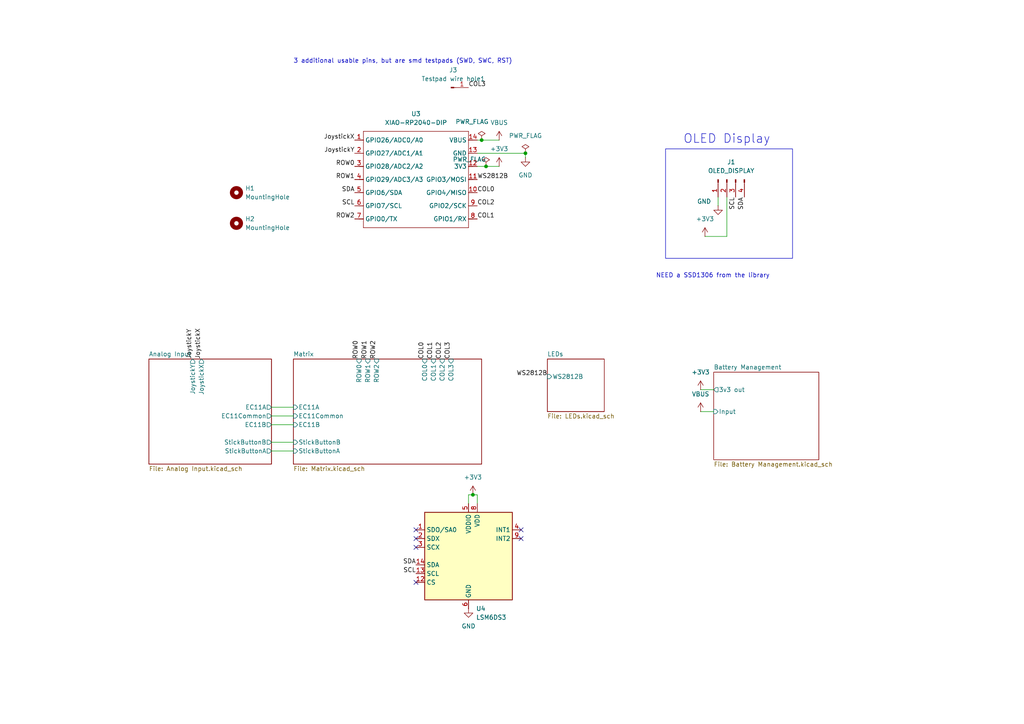
<source format=kicad_sch>
(kicad_sch (version 20231120) (generator "eeschema") (generator_version "8.0")
  (paper "A4")
  (lib_symbols
    (symbol "Connector:Conn_01x01_Pin" (pin_names (offset 1.016) hide)
      (property "Reference" "J" (at 0 2.54 0))
      (property "Value" "Conn_01x01_Pin" (at 0 -2.54 0))
      (symbol "Conn_01x01_Pin_1_1"
        (polyline (pts (xy 1.27 0) (xy 0.8636 0)) (stroke (width 0.1524)))
        (rectangle (start 0.8636 0.127) (end 0 -0.127) (stroke (width 0.1524)) (fill (type outline)))
        (pin passive line (at 5.08 0 180) (length 3.81) (name "Pin_1") (number "1"))
      )
    )
    (symbol "Connector:Conn_01x04_Pin" (pin_names (offset 1.016) hide)
      (property "Reference" "J" (at 0 5.08 0))
      (property "Value" "Conn_01x04_Pin" (at 0 -7.62 0))
      (symbol "Conn_01x04_Pin_1_1"
        (polyline (pts (xy 1.27 -5.08) (xy 0.8636 -5.08)) (stroke (width 0.1524)))
        (polyline (pts (xy 1.27 -2.54) (xy 0.8636 -2.54)) (stroke (width 0.1524)))
        (polyline (pts (xy 1.27 0) (xy 0.8636 0)) (stroke (width 0.1524)))
        (polyline (pts (xy 1.27 2.54) (xy 0.8636 2.54)) (stroke (width 0.1524)))
        (rectangle (start 0.8636 -4.953) (end 0 -5.207) (stroke (width 0.1524)) (fill (type outline)))
        (rectangle (start 0.8636 -2.413) (end 0 -2.667) (stroke (width 0.1524)) (fill (type outline)))
        (rectangle (start 0.8636 0.127) (end 0 -0.127) (stroke (width 0.1524)) (fill (type outline)))
        (rectangle (start 0.8636 2.667) (end 0 2.413) (stroke (width 0.1524)) (fill (type outline)))
        (pin passive line (at 5.08 2.54 180) (length 3.81) (name "Pin_1") (number "1"))
        (pin passive line (at 5.08 0 180) (length 3.81) (name "Pin_2") (number "2"))
        (pin passive line (at 5.08 -2.54 180) (length 3.81) (name "Pin_3") (number "3"))
        (pin passive line (at 5.08 -5.08 180) (length 3.81) (name "Pin_4") (number "4"))
      )
    )
    (symbol "Mechanical:MountingHole" (pin_names (offset 1.016)) (exclude_from_sim yes) (in_bom no)
      (property "Reference" "H" (at 0 5.08 0))
      (property "Value" "MountingHole" (at 0 3.175 0))
      (symbol "MountingHole_0_1"
        (circle (center 0 0) (radius 1.27) (stroke (width 1.27)))
      )
    )
    (symbol "SEEED_XAIO:XIAO-RP2040-DIP"
      (property "Reference" "U" (at 0 0 0))
      (property "Value" "XIAO-RP2040-DIP" (at 5.334 -1.778 0))
      (symbol "XIAO-RP2040-DIP_1_0"
        (polyline (pts (xy -1.27 -30.48) (xy -1.27 -16.51)) (stroke (width 0.1524)))
        (polyline (pts (xy -1.27 -27.94) (xy -2.54 -27.94)) (stroke (width 0.1524)))
        (polyline (pts (xy -1.27 -24.13) (xy -2.54 -24.13)) (stroke (width 0.1524)))
        (polyline (pts (xy -1.27 -20.32) (xy -2.54 -20.32)) (stroke (width 0.1524)))
        (polyline (pts (xy -1.27 -16.51) (xy -2.54 -16.51)) (stroke (width 0.1524)))
        (polyline (pts (xy -1.27 -16.51) (xy -1.27 -12.7)) (stroke (width 0.1524)))
        (polyline (pts (xy -1.27 -12.7) (xy -2.54 -12.7)) (stroke (width 0.1524)))
        (polyline (pts (xy -1.27 -12.7) (xy -1.27 -8.89)) (stroke (width 0.1524)))
        (polyline (pts (xy -1.27 -8.89) (xy -2.54 -8.89)) (stroke (width 0.1524)))
        (polyline (pts (xy -1.27 -8.89) (xy -1.27 -5.08)) (stroke (width 0.1524)))
        (polyline (pts (xy -1.27 -5.08) (xy -2.54 -5.08)) (stroke (width 0.1524)))
        (polyline (pts (xy -1.27 -5.08) (xy -1.27 -2.54)) (stroke (width 0.1524)))
        (polyline (pts (xy -1.27 -2.54) (xy 29.21 -2.54)) (stroke (width 0.1524)))
        (polyline (pts (xy 29.21 -30.48) (xy -1.27 -30.48)) (stroke (width 0.1524)))
        (polyline (pts (xy 29.21 -12.7) (xy 29.21 -30.48)) (stroke (width 0.1524)))
        (polyline (pts (xy 29.21 -8.89) (xy 29.21 -12.7)) (stroke (width 0.1524)))
        (polyline (pts (xy 29.21 -5.08) (xy 29.21 -8.89)) (stroke (width 0.1524)))
        (polyline (pts (xy 29.21 -2.54) (xy 29.21 -5.08)) (stroke (width 0.1524)))
        (polyline (pts (xy 30.48 -27.94) (xy 29.21 -27.94)) (stroke (width 0.1524)))
        (polyline (pts (xy 30.48 -24.13) (xy 29.21 -24.13)) (stroke (width 0.1524)))
        (polyline (pts (xy 30.48 -20.32) (xy 29.21 -20.32)) (stroke (width 0.1524)))
        (polyline (pts (xy 30.48 -16.51) (xy 29.21 -16.51)) (stroke (width 0.1524)))
        (polyline (pts (xy 30.48 -12.7) (xy 29.21 -12.7)) (stroke (width 0.1524)))
        (polyline (pts (xy 30.48 -8.89) (xy 29.21 -8.89)) (stroke (width 0.1524)))
        (polyline (pts (xy 30.48 -5.08) (xy 29.21 -5.08)) (stroke (width 0.1524)))
        (pin passive line (at -3.81 -5.08 0) (length 2.54) (name "GPIO26/ADC0/A0") (number "1"))
        (pin passive line (at 31.75 -20.32 180) (length 2.54) (name "GPIO4/MISO") (number "10"))
        (pin passive line (at 31.75 -16.51 180) (length 2.54) (name "GPIO3/MOSI") (number "11"))
        (pin passive line (at 31.75 -12.7 180) (length 2.54) (name "3V3") (number "12"))
        (pin passive line (at 31.75 -8.89 180) (length 2.54) (name "GND") (number "13"))
        (pin passive line (at 31.75 -5.08 180) (length 2.54) (name "VBUS") (number "14"))
        (pin passive line (at -3.81 -8.89 0) (length 2.54) (name "GPIO27/ADC1/A1") (number "2"))
        (pin passive line (at -3.81 -12.7 0) (length 2.54) (name "GPIO28/ADC2/A2") (number "3"))
        (pin passive line (at -3.81 -16.51 0) (length 2.54) (name "GPIO29/ADC3/A3") (number "4"))
        (pin passive line (at -3.81 -20.32 0) (length 2.54) (name "GPIO6/SDA") (number "5"))
        (pin passive line (at -3.81 -24.13 0) (length 2.54) (name "GPIO7/SCL") (number "6"))
        (pin passive line (at -3.81 -27.94 0) (length 2.54) (name "GPIO0/TX") (number "7"))
        (pin passive line (at 31.75 -27.94 180) (length 2.54) (name "GPIO1/RX") (number "8"))
        (pin passive line (at 31.75 -24.13 180) (length 2.54) (name "GPIO2/SCK") (number "9"))
      )
    )
    (symbol "Sensor_Motion:LSM6DS3"
      (property "Reference" "U" (at -11.43 15.24 0))
      (property "Value" "LSM6DS3" (at -11.43 12.7 0))
      (symbol "LSM6DS3_0_1"
        (rectangle (start -12.7 12.7) (end 12.7 -12.7) (stroke (width 0.254)) (fill (type background)))
      )
      (symbol "LSM6DS3_1_1"
        (pin bidirectional line (at -15.24 7.62 0) (length 2.54) (name "SDO/SA0") (number "1"))
        (pin no_connect line (at 12.7 -5.08 180) (length 3.81) hide (name "NC") (number "10"))
        (pin no_connect line (at 12.7 -2.54 180) (length 3.81) hide (name "NC") (number "11"))
        (pin input line (at -15.24 -7.62 0) (length 2.54) (name "CS") (number "12"))
        (pin input line (at -15.24 -5.08 0) (length 2.54) (name "SCL") (number "13"))
        (pin bidirectional line (at -15.24 -2.54 0) (length 2.54) (name "SDA") (number "14"))
        (pin bidirectional line (at -15.24 5.08 0) (length 2.54) (name "SDX") (number "2"))
        (pin input line (at -15.24 2.54 0) (length 2.54) (name "SCX") (number "3"))
        (pin output line (at 15.24 7.62 180) (length 2.54) (name "INT1") (number "4"))
        (pin power_in line (at 0 15.24 270) (length 2.54) (name "VDDIO") (number "5"))
        (pin power_in line (at 0 -15.24 90) (length 2.54) (name "GND") (number "6"))
        (pin passive line (at 0 -15.24 90) (length 2.54) hide (name "GND") (number "7"))
        (pin power_in line (at 2.54 15.24 270) (length 2.54) (name "VDD") (number "8"))
        (pin output line (at 15.24 5.08 180) (length 2.54) (name "INT2") (number "9"))
      )
    )
    (symbol "power:+3V3" (power) (pin_numbers hide) (pin_names (offset 0) hide)
      (property "Value" "+3V3" (at 0 3.556 0))
      (symbol "+3V3_0_1"
        (polyline (pts (xy -0.762 1.27) (xy 0 2.54)))
        (polyline (pts (xy 0 0) (xy 0 2.54)))
        (polyline (pts (xy 0 2.54) (xy 0.762 1.27)))
      )
      (symbol "+3V3_1_1"
        (pin power_in line (at 0 0 90) (length 0) (name "~") (number "1"))
      )
    )
    (symbol "power:GND" (power) (pin_numbers hide) (pin_names (offset 0) hide)
      (property "Value" "GND" (at 0 -3.81 0))
      (symbol "GND_0_1"
        (polyline (pts (xy 0 0) (xy 0 -1.27) (xy 1.27 -1.27) (xy 0 -2.54) (xy -1.27 -1.27) (xy 0 -1.27)))
      )
      (symbol "GND_1_1"
        (pin power_in line (at 0 0 270) (length 0) (name "~") (number "1"))
      )
    )
    (symbol "power:PWR_FLAG" (power) (pin_numbers hide) (pin_names (offset 0) hide)
      (property "Value" "PWR_FLAG" (at 0 3.81 0))
      (symbol "PWR_FLAG_0_0"
        (pin power_out line (at 0 0 90) (length 0) (name "~") (number "1"))
      )
      (symbol "PWR_FLAG_0_1"
        (polyline (pts (xy 0 0) (xy 0 1.27) (xy -1.016 1.905) (xy 0 2.54) (xy 1.016 1.905) (xy 0 1.27)))
      )
    )
    (symbol "power:VBUS" (power) (pin_numbers hide) (pin_names (offset 0) hide)
      (property "Value" "VBUS" (at 0 3.556 0))
      (symbol "VBUS_0_1"
        (polyline (pts (xy -0.762 1.27) (xy 0 2.54)))
        (polyline (pts (xy 0 0) (xy 0 2.54)))
        (polyline (pts (xy 0 2.54) (xy 0.762 1.27)))
      )
      (symbol "VBUS_1_1"
        (pin power_in line (at 0 0 90) (length 0) (name "~") (number "1"))
      )
    )
  )
  (junction (at 137.16 143.51))
  (junction (at 140.97 48.26))
  (junction (at 139.7 40.64))
  (junction (at 152.4 44.45))
  (no_connect (at 120.65 156.21))
  (no_connect (at 120.65 168.91))
  (no_connect (at 120.65 153.67))
  (no_connect (at 151.13 156.21))
  (no_connect (at 120.65 158.75))
  (no_connect (at 151.13 153.67))
  (wire (pts (xy 138.43 143.51) (xy 137.16 143.51)))
  (wire (pts (xy 204.47 68.58) (xy 210.82 68.58)))
  (wire (pts (xy 208.28 59.69) (xy 208.28 57.15)))
  (wire (pts (xy 135.89 146.05) (xy 135.89 143.51)))
  (wire (pts (xy 210.82 68.58) (xy 210.82 57.15)))
  (wire (pts (xy 135.89 143.51) (xy 137.16 143.51)))
  (wire (pts (xy 78.74 128.27) (xy 85.09 128.27)))
  (wire (pts (xy 78.74 118.11) (xy 85.09 118.11)))
  (wire (pts (xy 138.43 48.26) (xy 140.97 48.26)))
  (wire (pts (xy 78.74 130.81) (xy 85.09 130.81)))
  (wire (pts (xy 78.74 120.65) (xy 85.09 120.65)))
  (wire (pts (xy 138.43 40.64) (xy 139.7 40.64)))
  (wire (pts (xy 138.43 146.05) (xy 138.43 143.51)))
  (wire (pts (xy 78.74 123.19) (xy 85.09 123.19)))
  (wire (pts (xy 152.4 45.72) (xy 152.4 44.45)))
  (wire (pts (xy 203.2 113.03) (xy 207.01 113.03)))
  (wire (pts (xy 203.2 119.38) (xy 207.01 119.38)))
  (wire (pts (xy 140.97 48.26) (xy 144.78 48.26)))
  (wire (pts (xy 139.7 40.64) (xy 144.78 40.64)))
  (wire (pts (xy 152.4 44.45) (xy 138.43 44.45)))
  (rectangle (start 193.04 43.18) (end 229.87 74.93))
  (text "NEED a SSD1306 from the library\n" (at 206.756 80.01 0) (effects (font (size 1.27 1.27))))
  (text "OLED Display" (at 210.82 40.386 0) (effects (font (size 2.54 2.54))))
  (text "3 additional usable pins, but are smd testpads (SWD, SWC, RST)" (at 116.84 17.78 0) (effects (font (size 1.27 1.27))))
  (label "ROW1" (at 102.87 52.07 180))
  (label "SCL" (at 213.36 57.15 270))
  (label "COL1" (at 125.73 104.14 90))
  (label "JoystickX" (at 102.87 40.64 180))
  (label "COL3" (at 130.81 104.14 90))
  (label "JoystickY" (at 55.88 104.14 90))
  (label "COL3" (at 135.89 25.4 0))
  (label "JoystickX" (at 58.42 104.14 90))
  (label "SDA" (at 102.87 55.88 180))
  (label "ROW0" (at 104.14 104.14 90))
  (label "ROW0" (at 102.87 48.26 180))
  (label "COL0" (at 123.19 104.14 90))
  (label "COL1" (at 138.43 63.5 0))
  (label "SCL" (at 102.87 59.69 180))
  (label "WS2812B" (at 138.43 52.07 0))
  (label "COL0" (at 138.43 55.88 0))
  (label "ROW2" (at 102.87 63.5 180))
  (label "SDA" (at 215.9 57.15 270))
  (label "JoystickY" (at 102.87 44.45 180))
  (label "WS2812B" (at 158.75 109.22 180))
  (label "ROW1" (at 106.68 104.14 90))
  (label "COL2" (at 128.27 104.14 90))
  (label "COL2" (at 138.43 59.69 0))
  (label "ROW2" (at 109.22 104.14 90))
  (label "SDA" (at 120.65 163.83 180))
  (label "SCL" (at 120.65 166.37 180))
  (symbol (lib_id "power:+3V3") (at 144.78 48.26 0) (unit 1)
    (property "Reference" "#PWR016" (effects (hide yes)))
    (property "Value" "+3V3" (at 144.78 43.18 0))
    (property "Description" "Power symbol creates a global label with name \"+3V3\"" (effects (hide yes)))
  )
  (symbol (lib_id "power:PWR_FLAG") (at 139.7 40.64 0) (unit 1)
    (property "Reference" "#FLG02" (effects (hide yes)))
    (property "Value" "PWR_FLAG" (at 136.906 35.306 0))
    (property "Description" "Special symbol for telling ERC where power comes from" (effects (hide yes)))
  )
  (symbol (lib_id "Mechanical:MountingHole") (at 68.58 55.88 0) (unit 1) (exclude_from_sim yes) (in_bom no)
    (property "Reference" "H1" (at 71.12 54.6099 0) (effects (justify left)))
    (property "Value" "MountingHole" (at 71.12 57.1499 0) (effects (justify left)))
    (property "Footprint" "MountingHole:MountingHole_3.2mm_M3_Pad" (effects (hide yes)))
    (property "Description" "Mounting Hole without connection" (effects (hide yes)))
  )
  (symbol (lib_id "Connector:Conn_01x01_Pin") (at 130.81 25.4 0) (unit 1)
    (property "Reference" "J3" (at 131.445 20.32 0))
    (property "Value" "Testpad wire hole1" (at 131.445 22.86 0))
    (property "Footprint" "Connector_PinHeader_2.54mm:PinHeader_1x01_P2.54mm_Vertical" (effects (hide yes)))
    (property "Description" "Generic connector, single row, 01x01, script generated" (effects (hide yes)))
  )
  (symbol (lib_id "power:GND") (at 208.28 59.69 0) (unit 1)
    (property "Reference" "#PWR04" (effects (hide yes)))
    (property "Value" "GND" (at 204.216 58.42 0))
    (property "Description" "Power symbol creates a global label with name \"GND\" , ground" (effects (hide yes)))
  )
  (symbol (lib_id "SEEED_XAIO:XIAO-RP2040-DIP") (at 106.68 35.56 0) (unit 1)
    (property "Reference" "U3" (at 120.65 33.02 0))
    (property "Value" "XIAO-RP2040-DIP" (at 120.65 35.56 0))
    (property "Footprint" "SEEED_XIAO:XIAO-RP2040-DIP" (effects (hide yes)))
  )
  (symbol (lib_id "power:VBUS") (at 144.78 40.64 0) (unit 1)
    (property "Reference" "#PWR02" (effects (hide yes)))
    (property "Value" "VBUS" (at 144.78 35.56 0))
    (property "Description" "Power symbol creates a global label with name \"VBUS\"" (effects (hide yes)))
  )
  (symbol (lib_id "Sensor_Motion:LSM6DS3") (at 135.89 161.29 0) (unit 1)
    (property "Reference" "U4" (at 138.0841 176.53 0) (effects (justify left)))
    (property "Value" "LSM6DS3" (at 138.0841 179.07 0) (effects (justify left)))
    (property "Footprint" "custom_Interface_HID:LGA-14_3x2.5mm_P0.5mm_LayoutBorder3x4y_COSTSAVERPADs" (effects (hide yes)))
    (property "Datasheet" "https://www.st.com/resource/en/datasheet/lsm6ds3tr-c.pdf" (effects (hide yes)))
    (property "Description" "I2C/SPI, iNEMO inertial module: always-on 3D accelerometer and 3D gyroscope" (effects (hide yes)))
  )
  (symbol (lib_id "power:PWR_FLAG") (at 140.97 48.26 0) (unit 1)
    (property "Reference" "#FLG03" (effects (hide yes)))
    (property "Value" "PWR_FLAG" (at 136.144 46.228 0))
    (property "Description" "Special symbol for telling ERC where power comes from" (effects (hide yes)))
  )
  (symbol (lib_id "Mechanical:MountingHole") (at 68.58 64.77 0) (unit 1) (exclude_from_sim yes) (in_bom no)
    (property "Reference" "H2" (at 71.12 63.4999 0) (effects (justify left)))
    (property "Value" "MountingHole" (at 71.12 66.0399 0) (effects (justify left)))
    (property "Footprint" "MountingHole:MountingHole_3.2mm_M3_Pad" (effects (hide yes)))
    (property "Description" "Mounting Hole without connection" (effects (hide yes)))
  )
  (symbol (lib_id "power:+3V3") (at 137.16 143.51 0) (unit 1)
    (property "Reference" "#PWR014" (effects (hide yes)))
    (property "Value" "+3V3" (at 137.16 138.43 0))
    (property "Description" "Power symbol creates a global label with name \"+3V3\"" (effects (hide yes)))
  )
  (symbol (lib_id "Connector:Conn_01x04_Pin") (at 210.82 52.07 90) (mirror x) (unit 1)
    (property "Reference" "J1" (at 212.09 46.99 90))
    (property "Value" "OLED_DISPLAY" (at 212.09 49.53 90))
    (property "Footprint" "SSD1306:SSD1306-OLED096-128x64" (effects (hide yes)))
    (property "Description" "Generic connector, single row, 01x04, script generated" (effects (hide yes)))
  )
  (symbol (lib_id "power:VBUS") (at 203.2 119.38 0) (unit 1)
    (property "Reference" "#PWR18" (effects (hide yes)))
    (property "Value" "VBUS" (at 203.2 114.3 0))
    (property "Description" "Power symbol creates a global label with name \"VBUS\"" (effects (hide yes)))
  )
  (symbol (lib_id "power:+3V3") (at 203.2 113.03 0) (unit 1)
    (property "Reference" "#PWR023" (effects (hide yes)))
    (property "Value" "+3V3" (at 203.2 107.95 0))
    (property "Description" "Power symbol creates a global label with name \"+3V3\"" (effects (hide yes)))
  )
  (symbol (lib_id "power:GND") (at 152.4 45.72 0) (unit 1)
    (property "Reference" "#PWR01" (effects (hide yes)))
    (property "Value" "GND" (at 152.4 50.8 0))
    (property "Description" "Power symbol creates a global label with name \"GND\" , ground" (effects (hide yes)))
  )
  (symbol (lib_id "power:+3V3") (at 204.47 68.58 0) (unit 1)
    (property "Reference" "#PWR05" (effects (hide yes)))
    (property "Value" "+3V3" (at 204.47 63.5 0))
    (property "Description" "Power symbol creates a global label with name \"+3V3\"" (effects (hide yes)))
  )
  (symbol (lib_id "power:GND") (at 135.89 176.53 0) (unit 1)
    (property "Reference" "#PWR013" (effects (hide yes)))
    (property "Value" "GND" (at 135.89 181.61 0))
    (property "Description" "Power symbol creates a global label with name \"GND\" , ground" (effects (hide yes)))
  )
  (symbol (lib_id "power:PWR_FLAG") (at 152.4 44.45 0) (unit 1)
    (property "Reference" "#FLG01" (effects (hide yes)))
    (property "Value" "PWR_FLAG" (at 152.4 39.37 0))
    (property "Description" "Special symbol for telling ERC where power comes from" (effects (hide yes)))
  )
  (sheet (at 85.09 104.14) (size 54.61 30.48) (stroke (width 0.1524))
    (property "Sheetname" "Matrix" (at 85.09 103.4284 0) (effects (justify left bottom)))
    (property "Sheetfile" "Matrix.kicad_sch" (at 85.09 135.2046 0) (effects (justify left top)))
    (pin "StickButtonB" input (at 85.09 128.27 180))
    (pin "EC11B" input (at 85.09 123.19 180))
    (pin "EC11A" input (at 85.09 118.11 180))
    (pin "ROW2" input (at 109.22 104.14 90))
    (pin "EC11Common" input (at 85.09 120.65 180))
    (pin "COL0" input (at 123.19 104.14 90))
    (pin "COL1" input (at 125.73 104.14 90))
    (pin "ROW0" input (at 104.14 104.14 90))
    (pin "ROW1" input (at 106.68 104.14 90))
    (pin "COL2" input (at 128.27 104.14 90))
    (pin "COL3" input (at 130.81 104.14 90))
    (pin "StickButtonA" input (at 85.09 130.81 180))
  )
  (sheet (at 43.18 104.14) (size 35.56 30.48) (stroke (width 0.1524))
    (property "Sheetname" "Analog Input" (at 43.18 103.4284 0) (effects (justify left bottom)))
    (property "Sheetfile" "Analog Input.kicad_sch" (at 43.18 135.2046 0) (effects (justify left top)))
    (pin "JoystickY" output (at 55.88 104.14 90))
    (pin "StickButtonB" output (at 78.74 128.27 0))
    (pin "EC11Common" output (at 78.74 120.65 0))
    (pin "EC11A" output (at 78.74 118.11 0))
    (pin "EC11B" output (at 78.74 123.19 0))
    (pin "StickButtonA" output (at 78.74 130.81 0))
    (pin "JoystickX" output (at 58.42 104.14 90))
  )
  (sheet (at 207.01 107.95) (size 30.48 25.4) (stroke (width 0.1524))
    (property "Sheetname" "Battery Management" (at 207.01 107.2384 0) (effects (justify left bottom)))
    (property "Sheetfile" "Battery Management.kicad_sch" (at 207.01 133.9346 0) (effects (justify left top)))
    (pin "3v3 out" output (at 207.01 113.03 180))
    (pin "Input" input (at 207.01 119.38 180))
  )
  (sheet (at 158.75 104.14) (size 16.51 15.24) (stroke (width 0.1524))
    (property "Sheetname" "LEDs" (at 158.75 103.4284 0) (effects (justify left bottom)))
    (property "Sheetfile" "LEDs.kicad_sch" (at 158.75 119.9646 0) (effects (justify left top)))
    (pin "WS2812B" input (at 158.75 109.22 180))
  )
)
</source>
